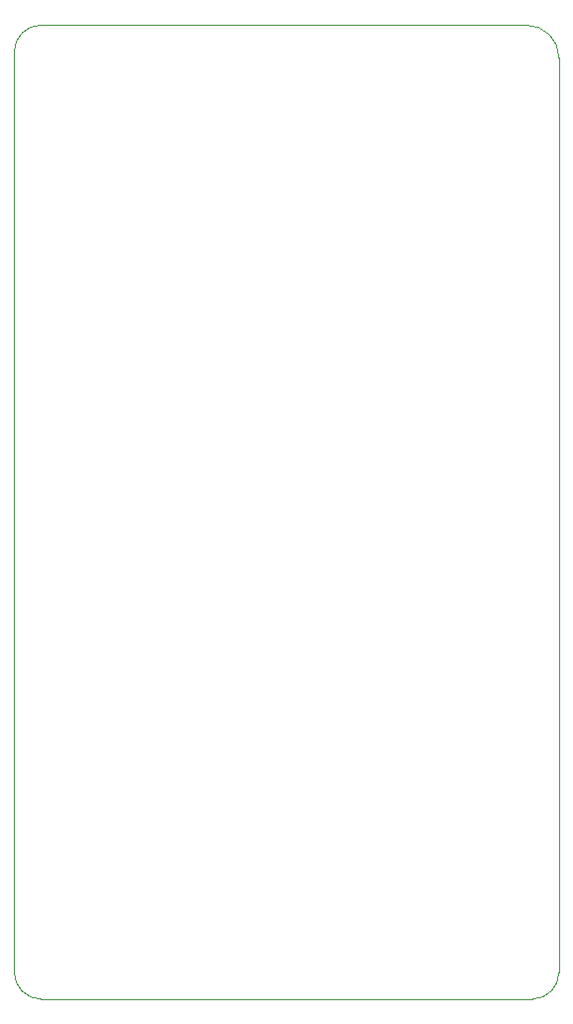
<source format=gbr>
%TF.GenerationSoftware,KiCad,Pcbnew,9.0.0*%
%TF.CreationDate,2025-03-23T00:24:25-05:00*%
%TF.ProjectId,WaterBlasterV2,57617465-7242-46c6-9173-74657256322e,rev?*%
%TF.SameCoordinates,Original*%
%TF.FileFunction,Profile,NP*%
%FSLAX46Y46*%
G04 Gerber Fmt 4.6, Leading zero omitted, Abs format (unit mm)*
G04 Created by KiCad (PCBNEW 9.0.0) date 2025-03-23 00:24:25*
%MOMM*%
%LPD*%
G01*
G04 APERTURE LIST*
%TA.AperFunction,Profile*%
%ADD10C,0.100000*%
%TD*%
G04 APERTURE END LIST*
D10*
X143002000Y-136017000D02*
G75*
G02*
X140716000Y-138303000I-2286000J0D01*
G01*
X143002000Y-57912000D02*
X143002000Y-136017000D01*
X140716000Y-138303000D02*
X98679000Y-138303000D01*
X98679000Y-55118000D02*
X140208000Y-55118000D01*
X140208000Y-55118000D02*
G75*
G02*
X143002000Y-57912000I0J-2794000D01*
G01*
X96393000Y-136017000D02*
X96393000Y-57404000D01*
X98679000Y-138303000D02*
G75*
G02*
X96393000Y-136017000I0J2286000D01*
G01*
X96393000Y-57404000D02*
G75*
G02*
X98679000Y-55118000I2286000J0D01*
G01*
M02*

</source>
